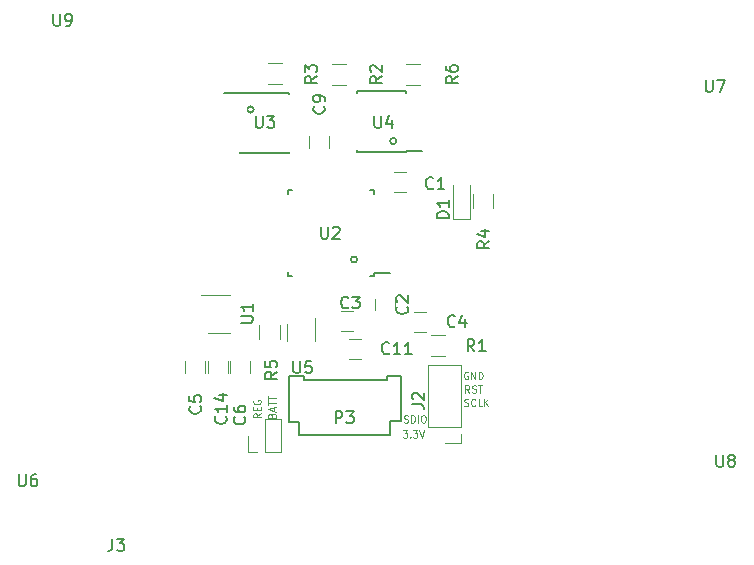
<source format=gto>
G04 #@! TF.FileFunction,Legend,Top*
%FSLAX46Y46*%
G04 Gerber Fmt 4.6, Leading zero omitted, Abs format (unit mm)*
G04 Created by KiCad (PCBNEW 4.0.5) date 04/27/18 19:00:17*
%MOMM*%
%LPD*%
G01*
G04 APERTURE LIST*
%ADD10C,0.100000*%
%ADD11C,0.125000*%
%ADD12C,0.200000*%
%ADD13C,0.150000*%
%ADD14C,0.120000*%
G04 APERTURE END LIST*
D10*
D11*
X109177143Y-85126429D02*
X109205714Y-85040715D01*
X109234286Y-85012143D01*
X109291429Y-84983572D01*
X109377143Y-84983572D01*
X109434286Y-85012143D01*
X109462857Y-85040715D01*
X109491429Y-85097857D01*
X109491429Y-85326429D01*
X108891429Y-85326429D01*
X108891429Y-85126429D01*
X108920000Y-85069286D01*
X108948571Y-85040715D01*
X109005714Y-85012143D01*
X109062857Y-85012143D01*
X109120000Y-85040715D01*
X109148571Y-85069286D01*
X109177143Y-85126429D01*
X109177143Y-85326429D01*
X109320000Y-84755000D02*
X109320000Y-84469286D01*
X109491429Y-84812143D02*
X108891429Y-84612143D01*
X109491429Y-84412143D01*
X108891429Y-84297857D02*
X108891429Y-83955000D01*
X109491429Y-84126429D02*
X108891429Y-84126429D01*
X108891429Y-83840714D02*
X108891429Y-83497857D01*
X109491429Y-83669286D02*
X108891429Y-83669286D01*
X108221429Y-84967714D02*
X107935714Y-85167714D01*
X108221429Y-85310571D02*
X107621429Y-85310571D01*
X107621429Y-85081999D01*
X107650000Y-85024857D01*
X107678571Y-84996285D01*
X107735714Y-84967714D01*
X107821429Y-84967714D01*
X107878571Y-84996285D01*
X107907143Y-85024857D01*
X107935714Y-85081999D01*
X107935714Y-85310571D01*
X107907143Y-84710571D02*
X107907143Y-84510571D01*
X108221429Y-84424857D02*
X108221429Y-84710571D01*
X107621429Y-84710571D01*
X107621429Y-84424857D01*
X107650000Y-83853428D02*
X107621429Y-83910571D01*
X107621429Y-83996285D01*
X107650000Y-84082000D01*
X107707143Y-84139142D01*
X107764286Y-84167714D01*
X107878571Y-84196285D01*
X107964286Y-84196285D01*
X108078571Y-84167714D01*
X108135714Y-84139142D01*
X108192857Y-84082000D01*
X108221429Y-83996285D01*
X108221429Y-83939142D01*
X108192857Y-83853428D01*
X108164286Y-83824857D01*
X107964286Y-83824857D01*
X107964286Y-83939142D01*
D12*
X116403317Y-71945500D02*
G75*
G03X116403317Y-71945500I-261817J0D01*
G01*
X119705317Y-61912500D02*
G75*
G03X119705317Y-61912500I-261817J0D01*
G01*
D11*
X120272285Y-86412429D02*
X120643714Y-86412429D01*
X120443714Y-86641000D01*
X120529428Y-86641000D01*
X120586571Y-86669571D01*
X120615142Y-86698143D01*
X120643714Y-86755286D01*
X120643714Y-86898143D01*
X120615142Y-86955286D01*
X120586571Y-86983857D01*
X120529428Y-87012429D01*
X120358000Y-87012429D01*
X120300857Y-86983857D01*
X120272285Y-86955286D01*
X120900857Y-86955286D02*
X120929429Y-86983857D01*
X120900857Y-87012429D01*
X120872286Y-86983857D01*
X120900857Y-86955286D01*
X120900857Y-87012429D01*
X121129428Y-86412429D02*
X121500857Y-86412429D01*
X121300857Y-86641000D01*
X121386571Y-86641000D01*
X121443714Y-86669571D01*
X121472285Y-86698143D01*
X121500857Y-86755286D01*
X121500857Y-86898143D01*
X121472285Y-86955286D01*
X121443714Y-86983857D01*
X121386571Y-87012429D01*
X121215143Y-87012429D01*
X121158000Y-86983857D01*
X121129428Y-86955286D01*
X121672286Y-86412429D02*
X121872286Y-87012429D01*
X122072286Y-86412429D01*
X120356429Y-85713857D02*
X120442143Y-85742429D01*
X120585000Y-85742429D01*
X120642143Y-85713857D01*
X120670714Y-85685286D01*
X120699286Y-85628143D01*
X120699286Y-85571000D01*
X120670714Y-85513857D01*
X120642143Y-85485286D01*
X120585000Y-85456714D01*
X120470714Y-85428143D01*
X120413572Y-85399571D01*
X120385000Y-85371000D01*
X120356429Y-85313857D01*
X120356429Y-85256714D01*
X120385000Y-85199571D01*
X120413572Y-85171000D01*
X120470714Y-85142429D01*
X120613572Y-85142429D01*
X120699286Y-85171000D01*
X120956429Y-85742429D02*
X120956429Y-85142429D01*
X121099286Y-85142429D01*
X121185001Y-85171000D01*
X121242143Y-85228143D01*
X121270715Y-85285286D01*
X121299286Y-85399571D01*
X121299286Y-85485286D01*
X121270715Y-85599571D01*
X121242143Y-85656714D01*
X121185001Y-85713857D01*
X121099286Y-85742429D01*
X120956429Y-85742429D01*
X121556429Y-85742429D02*
X121556429Y-85142429D01*
X121956429Y-85142429D02*
X122070715Y-85142429D01*
X122127857Y-85171000D01*
X122185000Y-85228143D01*
X122213572Y-85342429D01*
X122213572Y-85542429D01*
X122185000Y-85656714D01*
X122127857Y-85713857D01*
X122070715Y-85742429D01*
X121956429Y-85742429D01*
X121899286Y-85713857D01*
X121842143Y-85656714D01*
X121813572Y-85542429D01*
X121813572Y-85342429D01*
X121842143Y-85228143D01*
X121899286Y-85171000D01*
X121956429Y-85142429D01*
X125477715Y-84316857D02*
X125563429Y-84345429D01*
X125706286Y-84345429D01*
X125763429Y-84316857D01*
X125792000Y-84288286D01*
X125820572Y-84231143D01*
X125820572Y-84174000D01*
X125792000Y-84116857D01*
X125763429Y-84088286D01*
X125706286Y-84059714D01*
X125592000Y-84031143D01*
X125534858Y-84002571D01*
X125506286Y-83974000D01*
X125477715Y-83916857D01*
X125477715Y-83859714D01*
X125506286Y-83802571D01*
X125534858Y-83774000D01*
X125592000Y-83745429D01*
X125734858Y-83745429D01*
X125820572Y-83774000D01*
X126420572Y-84288286D02*
X126392001Y-84316857D01*
X126306287Y-84345429D01*
X126249144Y-84345429D01*
X126163429Y-84316857D01*
X126106287Y-84259714D01*
X126077715Y-84202571D01*
X126049144Y-84088286D01*
X126049144Y-84002571D01*
X126077715Y-83888286D01*
X126106287Y-83831143D01*
X126163429Y-83774000D01*
X126249144Y-83745429D01*
X126306287Y-83745429D01*
X126392001Y-83774000D01*
X126420572Y-83802571D01*
X126963429Y-84345429D02*
X126677715Y-84345429D01*
X126677715Y-83745429D01*
X127163429Y-84345429D02*
X127163429Y-83745429D01*
X127506286Y-84345429D02*
X127249143Y-84002571D01*
X127506286Y-83745429D02*
X127163429Y-84088286D01*
X125909428Y-83202429D02*
X125709428Y-82916714D01*
X125566571Y-83202429D02*
X125566571Y-82602429D01*
X125795143Y-82602429D01*
X125852285Y-82631000D01*
X125880857Y-82659571D01*
X125909428Y-82716714D01*
X125909428Y-82802429D01*
X125880857Y-82859571D01*
X125852285Y-82888143D01*
X125795143Y-82916714D01*
X125566571Y-82916714D01*
X126138000Y-83173857D02*
X126223714Y-83202429D01*
X126366571Y-83202429D01*
X126423714Y-83173857D01*
X126452285Y-83145286D01*
X126480857Y-83088143D01*
X126480857Y-83031000D01*
X126452285Y-82973857D01*
X126423714Y-82945286D01*
X126366571Y-82916714D01*
X126252285Y-82888143D01*
X126195143Y-82859571D01*
X126166571Y-82831000D01*
X126138000Y-82773857D01*
X126138000Y-82716714D01*
X126166571Y-82659571D01*
X126195143Y-82631000D01*
X126252285Y-82602429D01*
X126395143Y-82602429D01*
X126480857Y-82631000D01*
X126652286Y-82602429D02*
X126995143Y-82602429D01*
X126823714Y-83202429D02*
X126823714Y-82602429D01*
X125780858Y-81488000D02*
X125723715Y-81459429D01*
X125638001Y-81459429D01*
X125552286Y-81488000D01*
X125495144Y-81545143D01*
X125466572Y-81602286D01*
X125438001Y-81716571D01*
X125438001Y-81802286D01*
X125466572Y-81916571D01*
X125495144Y-81973714D01*
X125552286Y-82030857D01*
X125638001Y-82059429D01*
X125695144Y-82059429D01*
X125780858Y-82030857D01*
X125809429Y-82002286D01*
X125809429Y-81802286D01*
X125695144Y-81802286D01*
X126066572Y-82059429D02*
X126066572Y-81459429D01*
X126409429Y-82059429D01*
X126409429Y-81459429D01*
X126695143Y-82059429D02*
X126695143Y-81459429D01*
X126838000Y-81459429D01*
X126923715Y-81488000D01*
X126980857Y-81545143D01*
X127009429Y-81602286D01*
X127038000Y-81716571D01*
X127038000Y-81802286D01*
X127009429Y-81916571D01*
X126980857Y-81973714D01*
X126923715Y-82030857D01*
X126838000Y-82059429D01*
X126695143Y-82059429D01*
D12*
X107640317Y-59245500D02*
G75*
G03X107640317Y-59245500I-261817J0D01*
G01*
D13*
X117800000Y-82123000D02*
X118900000Y-82123000D01*
X118900000Y-82123000D02*
X118900000Y-81823000D01*
X118900000Y-81823000D02*
X120100000Y-81823000D01*
X120100000Y-81823000D02*
X120100000Y-85623000D01*
X120100000Y-85623000D02*
X119200000Y-85623000D01*
X119200000Y-85623000D02*
X119200000Y-86823000D01*
X119200000Y-86823000D02*
X111500000Y-86823000D01*
X111500000Y-86823000D02*
X111500000Y-85723000D01*
X111500000Y-85723000D02*
X110600000Y-85723000D01*
X110600000Y-85723000D02*
X110600000Y-81823000D01*
X110600000Y-81823000D02*
X111900000Y-81823000D01*
X111900000Y-81823000D02*
X111900000Y-82123000D01*
X111900000Y-82123000D02*
X117800000Y-82123000D01*
D14*
X120515000Y-64555000D02*
X119515000Y-64555000D01*
X119515000Y-66255000D02*
X120515000Y-66255000D01*
X119595000Y-76255500D02*
X119595000Y-75255500D01*
X117895000Y-75255500D02*
X117895000Y-76255500D01*
X116070000Y-76302500D02*
X115070000Y-76302500D01*
X115070000Y-78002500D02*
X116070000Y-78002500D01*
X121229500Y-78066000D02*
X122229500Y-78066000D01*
X122229500Y-76366000D02*
X121229500Y-76366000D01*
X101829500Y-80526000D02*
X101829500Y-81526000D01*
X103529500Y-81526000D02*
X103529500Y-80526000D01*
X107339500Y-81526000D02*
X107339500Y-80526000D01*
X105639500Y-80526000D02*
X105639500Y-81526000D01*
X112307000Y-61476000D02*
X112307000Y-62476000D01*
X114007000Y-62476000D02*
X114007000Y-61476000D01*
X116705000Y-78652000D02*
X115705000Y-78652000D01*
X115705000Y-80352000D02*
X116705000Y-80352000D01*
X105434500Y-81526000D02*
X105434500Y-80526000D01*
X103734500Y-80526000D02*
X103734500Y-81526000D01*
X125215000Y-86106000D02*
X125215000Y-80906000D01*
X125215000Y-80906000D02*
X122435000Y-80906000D01*
X122435000Y-80906000D02*
X122435000Y-86106000D01*
X122435000Y-86106000D02*
X125215000Y-86106000D01*
X125215000Y-86741000D02*
X125215000Y-87496000D01*
X125215000Y-87496000D02*
X123825000Y-87496000D01*
X122653500Y-78368000D02*
X123853500Y-78368000D01*
X123853500Y-80128000D02*
X122653500Y-80128000D01*
X114271500Y-55381000D02*
X115471500Y-55381000D01*
X115471500Y-57141000D02*
X114271500Y-57141000D01*
X110074000Y-57077500D02*
X108874000Y-57077500D01*
X108874000Y-55317500D02*
X110074000Y-55317500D01*
X109846000Y-77505000D02*
X109846000Y-78705000D01*
X108086000Y-78705000D02*
X108086000Y-77505000D01*
X103811500Y-78127500D02*
X105611500Y-78127500D01*
X105611500Y-74907500D02*
X103161500Y-74907500D01*
D13*
X117798000Y-73348000D02*
X117798000Y-73123000D01*
X110548000Y-73348000D02*
X110548000Y-73023000D01*
X110548000Y-66098000D02*
X110548000Y-66423000D01*
X117798000Y-66098000D02*
X117798000Y-66423000D01*
X117798000Y-73348000D02*
X117473000Y-73348000D01*
X117798000Y-66098000D02*
X117473000Y-66098000D01*
X110548000Y-66098000D02*
X110873000Y-66098000D01*
X110548000Y-73348000D02*
X110873000Y-73348000D01*
X117798000Y-73123000D02*
X119223000Y-73123000D01*
X106510000Y-57813500D02*
X106510000Y-57863500D01*
X110660000Y-57813500D02*
X110660000Y-57958500D01*
X110660000Y-62963500D02*
X110660000Y-62818500D01*
X106510000Y-62963500D02*
X106510000Y-62818500D01*
X106510000Y-57813500D02*
X110660000Y-57813500D01*
X106510000Y-62963500D02*
X110660000Y-62963500D01*
X106510000Y-57863500D02*
X105110000Y-57863500D01*
X120502500Y-62836500D02*
X120502500Y-62786500D01*
X116352500Y-62836500D02*
X116352500Y-62691500D01*
X116352500Y-57686500D02*
X116352500Y-57831500D01*
X120502500Y-57686500D02*
X120502500Y-57831500D01*
X120502500Y-62836500D02*
X116352500Y-62836500D01*
X120502500Y-57686500D02*
X116352500Y-57686500D01*
X120502500Y-62786500D02*
X121902500Y-62786500D01*
D14*
X112793000Y-78805000D02*
X112793000Y-76905000D01*
X110473000Y-77405000D02*
X110473000Y-78805000D01*
X127943500Y-66392500D02*
X127943500Y-67592500D01*
X126183500Y-67592500D02*
X126183500Y-66392500D01*
X121758000Y-57141000D02*
X120558000Y-57141000D01*
X120558000Y-55381000D02*
X121758000Y-55381000D01*
X124522000Y-68475000D02*
X125922000Y-68475000D01*
X125922000Y-68475000D02*
X125922000Y-65675000D01*
X124522000Y-68475000D02*
X124522000Y-65675000D01*
X108585000Y-88258000D02*
X109975000Y-88258000D01*
X109975000Y-88258000D02*
X109975000Y-85478000D01*
X109975000Y-85478000D02*
X108585000Y-85478000D01*
X108585000Y-85478000D02*
X108585000Y-88258000D01*
X107950000Y-88258000D02*
X107195000Y-88258000D01*
X107195000Y-88258000D02*
X107195000Y-86868000D01*
D13*
X114577905Y-85796381D02*
X114577905Y-84796381D01*
X114958858Y-84796381D01*
X115054096Y-84844000D01*
X115101715Y-84891619D01*
X115149334Y-84986857D01*
X115149334Y-85129714D01*
X115101715Y-85224952D01*
X115054096Y-85272571D01*
X114958858Y-85320190D01*
X114577905Y-85320190D01*
X115482667Y-84796381D02*
X116101715Y-84796381D01*
X115768381Y-85177333D01*
X115911239Y-85177333D01*
X116006477Y-85224952D01*
X116054096Y-85272571D01*
X116101715Y-85367810D01*
X116101715Y-85605905D01*
X116054096Y-85701143D01*
X116006477Y-85748762D01*
X115911239Y-85796381D01*
X115625524Y-85796381D01*
X115530286Y-85748762D01*
X115482667Y-85701143D01*
X122832834Y-65889143D02*
X122785215Y-65936762D01*
X122642358Y-65984381D01*
X122547120Y-65984381D01*
X122404262Y-65936762D01*
X122309024Y-65841524D01*
X122261405Y-65746286D01*
X122213786Y-65555810D01*
X122213786Y-65412952D01*
X122261405Y-65222476D01*
X122309024Y-65127238D01*
X122404262Y-65032000D01*
X122547120Y-64984381D01*
X122642358Y-64984381D01*
X122785215Y-65032000D01*
X122832834Y-65079619D01*
X123785215Y-65984381D02*
X123213786Y-65984381D01*
X123499500Y-65984381D02*
X123499500Y-64984381D01*
X123404262Y-65127238D01*
X123309024Y-65222476D01*
X123213786Y-65270095D01*
X120626143Y-75922166D02*
X120673762Y-75969785D01*
X120721381Y-76112642D01*
X120721381Y-76207880D01*
X120673762Y-76350738D01*
X120578524Y-76445976D01*
X120483286Y-76493595D01*
X120292810Y-76541214D01*
X120149952Y-76541214D01*
X119959476Y-76493595D01*
X119864238Y-76445976D01*
X119769000Y-76350738D01*
X119721381Y-76207880D01*
X119721381Y-76112642D01*
X119769000Y-75969785D01*
X119816619Y-75922166D01*
X119816619Y-75541214D02*
X119769000Y-75493595D01*
X119721381Y-75398357D01*
X119721381Y-75160261D01*
X119769000Y-75065023D01*
X119816619Y-75017404D01*
X119911857Y-74969785D01*
X120007095Y-74969785D01*
X120149952Y-75017404D01*
X120721381Y-75588833D01*
X120721381Y-74969785D01*
X115657334Y-75985643D02*
X115609715Y-76033262D01*
X115466858Y-76080881D01*
X115371620Y-76080881D01*
X115228762Y-76033262D01*
X115133524Y-75938024D01*
X115085905Y-75842786D01*
X115038286Y-75652310D01*
X115038286Y-75509452D01*
X115085905Y-75318976D01*
X115133524Y-75223738D01*
X115228762Y-75128500D01*
X115371620Y-75080881D01*
X115466858Y-75080881D01*
X115609715Y-75128500D01*
X115657334Y-75176119D01*
X115990667Y-75080881D02*
X116609715Y-75080881D01*
X116276381Y-75461833D01*
X116419239Y-75461833D01*
X116514477Y-75509452D01*
X116562096Y-75557071D01*
X116609715Y-75652310D01*
X116609715Y-75890405D01*
X116562096Y-75985643D01*
X116514477Y-76033262D01*
X116419239Y-76080881D01*
X116133524Y-76080881D01*
X116038286Y-76033262D01*
X115990667Y-75985643D01*
X124674334Y-77573143D02*
X124626715Y-77620762D01*
X124483858Y-77668381D01*
X124388620Y-77668381D01*
X124245762Y-77620762D01*
X124150524Y-77525524D01*
X124102905Y-77430286D01*
X124055286Y-77239810D01*
X124055286Y-77096952D01*
X124102905Y-76906476D01*
X124150524Y-76811238D01*
X124245762Y-76716000D01*
X124388620Y-76668381D01*
X124483858Y-76668381D01*
X124626715Y-76716000D01*
X124674334Y-76763619D01*
X125531477Y-77001714D02*
X125531477Y-77668381D01*
X125293381Y-76620762D02*
X125055286Y-77335048D01*
X125674334Y-77335048D01*
X103100143Y-84367666D02*
X103147762Y-84415285D01*
X103195381Y-84558142D01*
X103195381Y-84653380D01*
X103147762Y-84796238D01*
X103052524Y-84891476D01*
X102957286Y-84939095D01*
X102766810Y-84986714D01*
X102623952Y-84986714D01*
X102433476Y-84939095D01*
X102338238Y-84891476D01*
X102243000Y-84796238D01*
X102195381Y-84653380D01*
X102195381Y-84558142D01*
X102243000Y-84415285D01*
X102290619Y-84367666D01*
X102195381Y-83462904D02*
X102195381Y-83939095D01*
X102671571Y-83986714D01*
X102623952Y-83939095D01*
X102576333Y-83843857D01*
X102576333Y-83605761D01*
X102623952Y-83510523D01*
X102671571Y-83462904D01*
X102766810Y-83415285D01*
X103004905Y-83415285D01*
X103100143Y-83462904D01*
X103147762Y-83510523D01*
X103195381Y-83605761D01*
X103195381Y-83843857D01*
X103147762Y-83939095D01*
X103100143Y-83986714D01*
X106846643Y-85256666D02*
X106894262Y-85304285D01*
X106941881Y-85447142D01*
X106941881Y-85542380D01*
X106894262Y-85685238D01*
X106799024Y-85780476D01*
X106703786Y-85828095D01*
X106513310Y-85875714D01*
X106370452Y-85875714D01*
X106179976Y-85828095D01*
X106084738Y-85780476D01*
X105989500Y-85685238D01*
X105941881Y-85542380D01*
X105941881Y-85447142D01*
X105989500Y-85304285D01*
X106037119Y-85256666D01*
X105941881Y-84399523D02*
X105941881Y-84590000D01*
X105989500Y-84685238D01*
X106037119Y-84732857D01*
X106179976Y-84828095D01*
X106370452Y-84875714D01*
X106751405Y-84875714D01*
X106846643Y-84828095D01*
X106894262Y-84780476D01*
X106941881Y-84685238D01*
X106941881Y-84494761D01*
X106894262Y-84399523D01*
X106846643Y-84351904D01*
X106751405Y-84304285D01*
X106513310Y-84304285D01*
X106418071Y-84351904D01*
X106370452Y-84399523D01*
X106322833Y-84494761D01*
X106322833Y-84685238D01*
X106370452Y-84780476D01*
X106418071Y-84828095D01*
X106513310Y-84875714D01*
X113577643Y-58967666D02*
X113625262Y-59015285D01*
X113672881Y-59158142D01*
X113672881Y-59253380D01*
X113625262Y-59396238D01*
X113530024Y-59491476D01*
X113434786Y-59539095D01*
X113244310Y-59586714D01*
X113101452Y-59586714D01*
X112910976Y-59539095D01*
X112815738Y-59491476D01*
X112720500Y-59396238D01*
X112672881Y-59253380D01*
X112672881Y-59158142D01*
X112720500Y-59015285D01*
X112768119Y-58967666D01*
X113672881Y-58491476D02*
X113672881Y-58301000D01*
X113625262Y-58205761D01*
X113577643Y-58158142D01*
X113434786Y-58062904D01*
X113244310Y-58015285D01*
X112863357Y-58015285D01*
X112768119Y-58062904D01*
X112720500Y-58110523D01*
X112672881Y-58205761D01*
X112672881Y-58396238D01*
X112720500Y-58491476D01*
X112768119Y-58539095D01*
X112863357Y-58586714D01*
X113101452Y-58586714D01*
X113196690Y-58539095D01*
X113244310Y-58491476D01*
X113291929Y-58396238D01*
X113291929Y-58205761D01*
X113244310Y-58110523D01*
X113196690Y-58062904D01*
X113101452Y-58015285D01*
X119118143Y-79859143D02*
X119070524Y-79906762D01*
X118927667Y-79954381D01*
X118832429Y-79954381D01*
X118689571Y-79906762D01*
X118594333Y-79811524D01*
X118546714Y-79716286D01*
X118499095Y-79525810D01*
X118499095Y-79382952D01*
X118546714Y-79192476D01*
X118594333Y-79097238D01*
X118689571Y-79002000D01*
X118832429Y-78954381D01*
X118927667Y-78954381D01*
X119070524Y-79002000D01*
X119118143Y-79049619D01*
X120070524Y-79954381D02*
X119499095Y-79954381D01*
X119784809Y-79954381D02*
X119784809Y-78954381D01*
X119689571Y-79097238D01*
X119594333Y-79192476D01*
X119499095Y-79240095D01*
X121022905Y-79954381D02*
X120451476Y-79954381D01*
X120737190Y-79954381D02*
X120737190Y-78954381D01*
X120641952Y-79097238D01*
X120546714Y-79192476D01*
X120451476Y-79240095D01*
X105259143Y-85224857D02*
X105306762Y-85272476D01*
X105354381Y-85415333D01*
X105354381Y-85510571D01*
X105306762Y-85653429D01*
X105211524Y-85748667D01*
X105116286Y-85796286D01*
X104925810Y-85843905D01*
X104782952Y-85843905D01*
X104592476Y-85796286D01*
X104497238Y-85748667D01*
X104402000Y-85653429D01*
X104354381Y-85510571D01*
X104354381Y-85415333D01*
X104402000Y-85272476D01*
X104449619Y-85224857D01*
X105354381Y-84272476D02*
X105354381Y-84843905D01*
X105354381Y-84558191D02*
X104354381Y-84558191D01*
X104497238Y-84653429D01*
X104592476Y-84748667D01*
X104640095Y-84843905D01*
X104687714Y-83415333D02*
X105354381Y-83415333D01*
X104306762Y-83653429D02*
X105021048Y-83891524D01*
X105021048Y-83272476D01*
X121054881Y-84216833D02*
X121769167Y-84216833D01*
X121912024Y-84264453D01*
X122007262Y-84359691D01*
X122054881Y-84502548D01*
X122054881Y-84597786D01*
X121150119Y-83788262D02*
X121102500Y-83740643D01*
X121054881Y-83645405D01*
X121054881Y-83407309D01*
X121102500Y-83312071D01*
X121150119Y-83264452D01*
X121245357Y-83216833D01*
X121340595Y-83216833D01*
X121483452Y-83264452D01*
X122054881Y-83835881D01*
X122054881Y-83216833D01*
X126325334Y-79700381D02*
X125992000Y-79224190D01*
X125753905Y-79700381D02*
X125753905Y-78700381D01*
X126134858Y-78700381D01*
X126230096Y-78748000D01*
X126277715Y-78795619D01*
X126325334Y-78890857D01*
X126325334Y-79033714D01*
X126277715Y-79128952D01*
X126230096Y-79176571D01*
X126134858Y-79224190D01*
X125753905Y-79224190D01*
X127277715Y-79700381D02*
X126706286Y-79700381D01*
X126992000Y-79700381D02*
X126992000Y-78700381D01*
X126896762Y-78843238D01*
X126801524Y-78938476D01*
X126706286Y-78986095D01*
X118498881Y-56427666D02*
X118022690Y-56761000D01*
X118498881Y-56999095D02*
X117498881Y-56999095D01*
X117498881Y-56618142D01*
X117546500Y-56522904D01*
X117594119Y-56475285D01*
X117689357Y-56427666D01*
X117832214Y-56427666D01*
X117927452Y-56475285D01*
X117975071Y-56522904D01*
X118022690Y-56618142D01*
X118022690Y-56999095D01*
X117594119Y-56046714D02*
X117546500Y-55999095D01*
X117498881Y-55903857D01*
X117498881Y-55665761D01*
X117546500Y-55570523D01*
X117594119Y-55522904D01*
X117689357Y-55475285D01*
X117784595Y-55475285D01*
X117927452Y-55522904D01*
X118498881Y-56094333D01*
X118498881Y-55475285D01*
X112974381Y-56427666D02*
X112498190Y-56761000D01*
X112974381Y-56999095D02*
X111974381Y-56999095D01*
X111974381Y-56618142D01*
X112022000Y-56522904D01*
X112069619Y-56475285D01*
X112164857Y-56427666D01*
X112307714Y-56427666D01*
X112402952Y-56475285D01*
X112450571Y-56522904D01*
X112498190Y-56618142D01*
X112498190Y-56999095D01*
X111974381Y-56094333D02*
X111974381Y-55475285D01*
X112355333Y-55808619D01*
X112355333Y-55665761D01*
X112402952Y-55570523D01*
X112450571Y-55522904D01*
X112545810Y-55475285D01*
X112783905Y-55475285D01*
X112879143Y-55522904D01*
X112926762Y-55570523D01*
X112974381Y-55665761D01*
X112974381Y-55951476D01*
X112926762Y-56046714D01*
X112879143Y-56094333D01*
X109608881Y-81446666D02*
X109132690Y-81780000D01*
X109608881Y-82018095D02*
X108608881Y-82018095D01*
X108608881Y-81637142D01*
X108656500Y-81541904D01*
X108704119Y-81494285D01*
X108799357Y-81446666D01*
X108942214Y-81446666D01*
X109037452Y-81494285D01*
X109085071Y-81541904D01*
X109132690Y-81637142D01*
X109132690Y-82018095D01*
X108608881Y-80541904D02*
X108608881Y-81018095D01*
X109085071Y-81065714D01*
X109037452Y-81018095D01*
X108989833Y-80922857D01*
X108989833Y-80684761D01*
X109037452Y-80589523D01*
X109085071Y-80541904D01*
X109180310Y-80494285D01*
X109418405Y-80494285D01*
X109513643Y-80541904D01*
X109561262Y-80589523D01*
X109608881Y-80684761D01*
X109608881Y-80922857D01*
X109561262Y-81018095D01*
X109513643Y-81065714D01*
X106576881Y-77279405D02*
X107386405Y-77279405D01*
X107481643Y-77231786D01*
X107529262Y-77184167D01*
X107576881Y-77088929D01*
X107576881Y-76898452D01*
X107529262Y-76803214D01*
X107481643Y-76755595D01*
X107386405Y-76707976D01*
X106576881Y-76707976D01*
X107576881Y-75707976D02*
X107576881Y-76279405D01*
X107576881Y-75993691D02*
X106576881Y-75993691D01*
X106719738Y-76088929D01*
X106814976Y-76184167D01*
X106862595Y-76279405D01*
X113347595Y-69175381D02*
X113347595Y-69984905D01*
X113395214Y-70080143D01*
X113442833Y-70127762D01*
X113538071Y-70175381D01*
X113728548Y-70175381D01*
X113823786Y-70127762D01*
X113871405Y-70080143D01*
X113919024Y-69984905D01*
X113919024Y-69175381D01*
X114347595Y-69270619D02*
X114395214Y-69223000D01*
X114490452Y-69175381D01*
X114728548Y-69175381D01*
X114823786Y-69223000D01*
X114871405Y-69270619D01*
X114919024Y-69365857D01*
X114919024Y-69461095D01*
X114871405Y-69603952D01*
X114299976Y-70175381D01*
X114919024Y-70175381D01*
X107823095Y-59777381D02*
X107823095Y-60586905D01*
X107870714Y-60682143D01*
X107918333Y-60729762D01*
X108013571Y-60777381D01*
X108204048Y-60777381D01*
X108299286Y-60729762D01*
X108346905Y-60682143D01*
X108394524Y-60586905D01*
X108394524Y-59777381D01*
X108775476Y-59777381D02*
X109394524Y-59777381D01*
X109061190Y-60158333D01*
X109204048Y-60158333D01*
X109299286Y-60205952D01*
X109346905Y-60253571D01*
X109394524Y-60348810D01*
X109394524Y-60586905D01*
X109346905Y-60682143D01*
X109299286Y-60729762D01*
X109204048Y-60777381D01*
X108918333Y-60777381D01*
X108823095Y-60729762D01*
X108775476Y-60682143D01*
X117856095Y-59777381D02*
X117856095Y-60586905D01*
X117903714Y-60682143D01*
X117951333Y-60729762D01*
X118046571Y-60777381D01*
X118237048Y-60777381D01*
X118332286Y-60729762D01*
X118379905Y-60682143D01*
X118427524Y-60586905D01*
X118427524Y-59777381D01*
X119332286Y-60110714D02*
X119332286Y-60777381D01*
X119094190Y-59729762D02*
X118856095Y-60444048D01*
X119475143Y-60444048D01*
X110998095Y-80541881D02*
X110998095Y-81351405D01*
X111045714Y-81446643D01*
X111093333Y-81494262D01*
X111188571Y-81541881D01*
X111379048Y-81541881D01*
X111474286Y-81494262D01*
X111521905Y-81446643D01*
X111569524Y-81351405D01*
X111569524Y-80541881D01*
X112521905Y-80541881D02*
X112045714Y-80541881D01*
X111998095Y-81018071D01*
X112045714Y-80970452D01*
X112140952Y-80922833D01*
X112379048Y-80922833D01*
X112474286Y-80970452D01*
X112521905Y-81018071D01*
X112569524Y-81113310D01*
X112569524Y-81351405D01*
X112521905Y-81446643D01*
X112474286Y-81494262D01*
X112379048Y-81541881D01*
X112140952Y-81541881D01*
X112045714Y-81494262D01*
X111998095Y-81446643D01*
X127579381Y-70397666D02*
X127103190Y-70731000D01*
X127579381Y-70969095D02*
X126579381Y-70969095D01*
X126579381Y-70588142D01*
X126627000Y-70492904D01*
X126674619Y-70445285D01*
X126769857Y-70397666D01*
X126912714Y-70397666D01*
X127007952Y-70445285D01*
X127055571Y-70492904D01*
X127103190Y-70588142D01*
X127103190Y-70969095D01*
X126912714Y-69540523D02*
X127579381Y-69540523D01*
X126531762Y-69778619D02*
X127246048Y-70016714D01*
X127246048Y-69397666D01*
X124912381Y-56427666D02*
X124436190Y-56761000D01*
X124912381Y-56999095D02*
X123912381Y-56999095D01*
X123912381Y-56618142D01*
X123960000Y-56522904D01*
X124007619Y-56475285D01*
X124102857Y-56427666D01*
X124245714Y-56427666D01*
X124340952Y-56475285D01*
X124388571Y-56522904D01*
X124436190Y-56618142D01*
X124436190Y-56999095D01*
X123912381Y-55570523D02*
X123912381Y-55761000D01*
X123960000Y-55856238D01*
X124007619Y-55903857D01*
X124150476Y-55999095D01*
X124340952Y-56046714D01*
X124721905Y-56046714D01*
X124817143Y-55999095D01*
X124864762Y-55951476D01*
X124912381Y-55856238D01*
X124912381Y-55665761D01*
X124864762Y-55570523D01*
X124817143Y-55522904D01*
X124721905Y-55475285D01*
X124483810Y-55475285D01*
X124388571Y-55522904D01*
X124340952Y-55570523D01*
X124293333Y-55665761D01*
X124293333Y-55856238D01*
X124340952Y-55951476D01*
X124388571Y-55999095D01*
X124483810Y-56046714D01*
X87757095Y-90130381D02*
X87757095Y-90939905D01*
X87804714Y-91035143D01*
X87852333Y-91082762D01*
X87947571Y-91130381D01*
X88138048Y-91130381D01*
X88233286Y-91082762D01*
X88280905Y-91035143D01*
X88328524Y-90939905D01*
X88328524Y-90130381D01*
X89233286Y-90130381D02*
X89042809Y-90130381D01*
X88947571Y-90178000D01*
X88899952Y-90225619D01*
X88804714Y-90368476D01*
X88757095Y-90558952D01*
X88757095Y-90939905D01*
X88804714Y-91035143D01*
X88852333Y-91082762D01*
X88947571Y-91130381D01*
X89138048Y-91130381D01*
X89233286Y-91082762D01*
X89280905Y-91035143D01*
X89328524Y-90939905D01*
X89328524Y-90701810D01*
X89280905Y-90606571D01*
X89233286Y-90558952D01*
X89138048Y-90511333D01*
X88947571Y-90511333D01*
X88852333Y-90558952D01*
X88804714Y-90606571D01*
X88757095Y-90701810D01*
X145923095Y-56729381D02*
X145923095Y-57538905D01*
X145970714Y-57634143D01*
X146018333Y-57681762D01*
X146113571Y-57729381D01*
X146304048Y-57729381D01*
X146399286Y-57681762D01*
X146446905Y-57634143D01*
X146494524Y-57538905D01*
X146494524Y-56729381D01*
X146875476Y-56729381D02*
X147542143Y-56729381D01*
X147113571Y-57729381D01*
X146812095Y-88479381D02*
X146812095Y-89288905D01*
X146859714Y-89384143D01*
X146907333Y-89431762D01*
X147002571Y-89479381D01*
X147193048Y-89479381D01*
X147288286Y-89431762D01*
X147335905Y-89384143D01*
X147383524Y-89288905D01*
X147383524Y-88479381D01*
X148002571Y-88907952D02*
X147907333Y-88860333D01*
X147859714Y-88812714D01*
X147812095Y-88717476D01*
X147812095Y-88669857D01*
X147859714Y-88574619D01*
X147907333Y-88527000D01*
X148002571Y-88479381D01*
X148193048Y-88479381D01*
X148288286Y-88527000D01*
X148335905Y-88574619D01*
X148383524Y-88669857D01*
X148383524Y-88717476D01*
X148335905Y-88812714D01*
X148288286Y-88860333D01*
X148193048Y-88907952D01*
X148002571Y-88907952D01*
X147907333Y-88955571D01*
X147859714Y-89003190D01*
X147812095Y-89098429D01*
X147812095Y-89288905D01*
X147859714Y-89384143D01*
X147907333Y-89431762D01*
X148002571Y-89479381D01*
X148193048Y-89479381D01*
X148288286Y-89431762D01*
X148335905Y-89384143D01*
X148383524Y-89288905D01*
X148383524Y-89098429D01*
X148335905Y-89003190D01*
X148288286Y-88955571D01*
X148193048Y-88907952D01*
X90678095Y-51141381D02*
X90678095Y-51950905D01*
X90725714Y-52046143D01*
X90773333Y-52093762D01*
X90868571Y-52141381D01*
X91059048Y-52141381D01*
X91154286Y-52093762D01*
X91201905Y-52046143D01*
X91249524Y-51950905D01*
X91249524Y-51141381D01*
X91773333Y-52141381D02*
X91963809Y-52141381D01*
X92059048Y-52093762D01*
X92106667Y-52046143D01*
X92201905Y-51903286D01*
X92249524Y-51712810D01*
X92249524Y-51331857D01*
X92201905Y-51236619D01*
X92154286Y-51189000D01*
X92059048Y-51141381D01*
X91868571Y-51141381D01*
X91773333Y-51189000D01*
X91725714Y-51236619D01*
X91678095Y-51331857D01*
X91678095Y-51569952D01*
X91725714Y-51665190D01*
X91773333Y-51712810D01*
X91868571Y-51760429D01*
X92059048Y-51760429D01*
X92154286Y-51712810D01*
X92201905Y-51665190D01*
X92249524Y-51569952D01*
X124150381Y-68429095D02*
X123150381Y-68429095D01*
X123150381Y-68191000D01*
X123198000Y-68048142D01*
X123293238Y-67952904D01*
X123388476Y-67905285D01*
X123578952Y-67857666D01*
X123721810Y-67857666D01*
X123912286Y-67905285D01*
X124007524Y-67952904D01*
X124102762Y-68048142D01*
X124150381Y-68191000D01*
X124150381Y-68429095D01*
X124150381Y-66905285D02*
X124150381Y-67476714D01*
X124150381Y-67191000D02*
X123150381Y-67191000D01*
X123293238Y-67286238D01*
X123388476Y-67381476D01*
X123436095Y-67476714D01*
X95678667Y-95591381D02*
X95678667Y-96305667D01*
X95631047Y-96448524D01*
X95535809Y-96543762D01*
X95392952Y-96591381D01*
X95297714Y-96591381D01*
X96059619Y-95591381D02*
X96678667Y-95591381D01*
X96345333Y-95972333D01*
X96488191Y-95972333D01*
X96583429Y-96019952D01*
X96631048Y-96067571D01*
X96678667Y-96162810D01*
X96678667Y-96400905D01*
X96631048Y-96496143D01*
X96583429Y-96543762D01*
X96488191Y-96591381D01*
X96202476Y-96591381D01*
X96107238Y-96543762D01*
X96059619Y-96496143D01*
M02*

</source>
